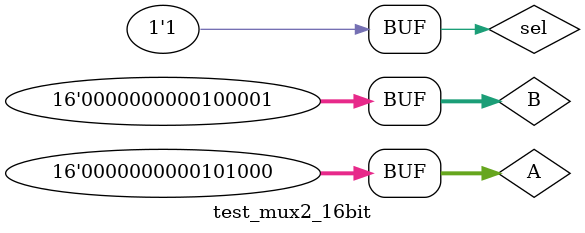
<source format=v>
`timescale 1ns / 1ps


module test_mux2_16bit;

	// Inputs
	reg [15:0] A;
	reg [15:0] B;
	reg sel;

	// Outputs
	wire [15:0] X;

	// Instantiate the Unit Under Test (UUT)
	mux2_16bit uut (
		.A(A), 
		.B(B), 
		.sel(sel), 
		.X(X)
	);

	initial begin
		// Initialize Inputs
		A = 40;
		B = 33;
		sel = 0;

		// Wait 100 ns for global reset to finish
		#100;
        
		// Add stimulus here
		sel =1;
	end
      
endmodule


</source>
